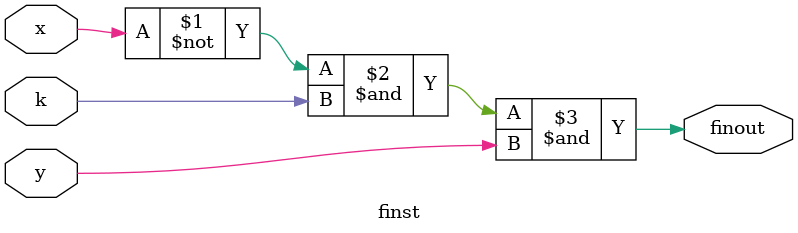
<source format=v>
module finst(input x,input k,input y, output finout);
	assign finout = ~x&k&y;


endmodule

</source>
